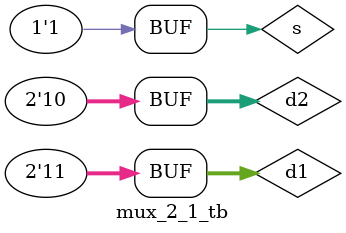
<source format=sv>
module mux_2_1_tb();
  logic [1:0] d1,d2;
  logic s;
  logic [1:0] y;
mux_2_1 m1(d1,d2,s,r);

initial begin
$dumpfile("dump.vcd");
$dumpvars;

d1=2'b11;
d2=2'b10;

s=0;
#10
s=1;
end
endmodule

// dumpfile and dumpvars ie line 10 and 11 are used only while running code on an online compiler such as EDA playground

</source>
